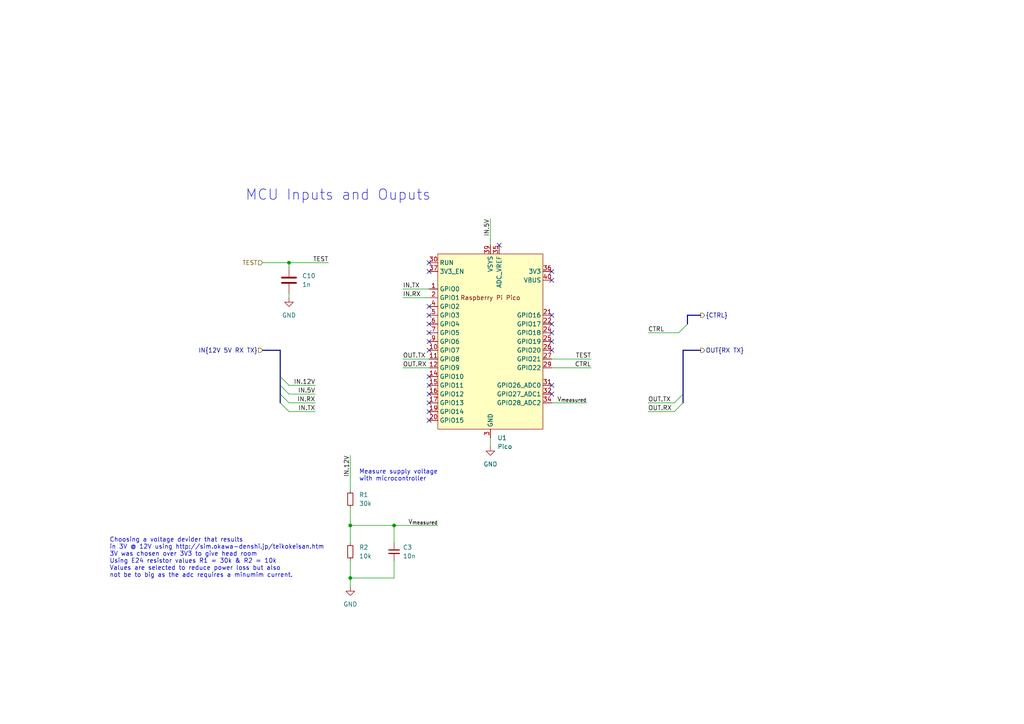
<source format=kicad_sch>
(kicad_sch (version 20211123) (generator eeschema)
  (paper "A4")
  (title_block (title "Microcontroller") (date "${ISSUE_DATE}") (rev "${REVISION}") (company "ENEL300"))
  (lib_symbols
    (symbol "Device:C" (pin_numbers hide) (pin_names (offset 0.254))
      (property "Reference" "C" (at 0.635 2.54 0))
      (property "Value" "C" (at 0.635 -2.54 0))
      (symbol "C_0_1"
        (polyline (pts (xy -2.032 -0.762) (xy 2.032 -0.762)) (stroke (width 0.508)))
        (polyline (pts (xy -2.032 0.762) (xy 2.032 0.762)) (stroke (width 0.508)))
      )
      (symbol "C_1_1"
        (pin passive line (at 0 3.81 270) (length 2.794) (name "~") (number "1"))
        (pin passive line (at 0 -3.81 90) (length 2.794) (name "~") (number "2"))
      )
    )
    (symbol "Device:C_Small" (pin_numbers hide) (pin_names (offset 0.254) hide)
      (property "Reference" "C" (at 0.254 1.778 0))
      (property "Value" "C_Small" (at 0.254 -2.032 0))
      (symbol "C_Small_0_1"
        (polyline (pts (xy -1.524 -0.508) (xy 1.524 -0.508)) (stroke (width 0.3302)))
        (polyline (pts (xy -1.524 0.508) (xy 1.524 0.508)) (stroke (width 0.3048)))
      )
      (symbol "C_Small_1_1"
        (pin passive line (at 0 2.54 270) (length 2.032) (name "~") (number "1"))
        (pin passive line (at 0 -2.54 90) (length 2.032) (name "~") (number "2"))
      )
    )
    (symbol "Device:R_Small" (pin_numbers hide) (pin_names (offset 0.254) hide)
      (property "Reference" "R" (at 0.762 0.508 0))
      (property "Value" "R_Small" (at 0.762 -1.016 0))
      (symbol "R_Small_0_1"
        (rectangle (start -0.762 1.778) (end 0.762 -1.778) (stroke (width 0.2032)))
      )
      (symbol "R_Small_1_1"
        (pin passive line (at 0 2.54 270) (length 0.762) (name "~") (number "1"))
        (pin passive line (at 0 -2.54 90) (length 0.762) (name "~") (number "2"))
      )
    )
    (symbol "PicoRF:Pico"
      (property "Reference" "U" (at -13.97 26.67 0))
      (property "Value" "Pico" (at 12.7 26.67 0))
      (symbol "Pico_0_0"
        (text "Raspberry Pi Pico" (at 0 12.7 0) (effects (font (size 1.27 1.27))))
      )
      (symbol "Pico_0_1"
        (rectangle (start -15.24 25.4) (end 15.24 -25.4) (fill (type background)))
      )
      (symbol "Pico_1_1"
        (pin bidirectional line (at -17.78 15.24 0) (length 2.54) (name "GPIO0") (number "1"))
        (pin bidirectional line (at -17.78 -2.54 0) (length 2.54) (name "GPIO7") (number "10"))
        (pin bidirectional line (at -17.78 -5.08 0) (length 2.54) (name "GPIO8") (number "11"))
        (pin bidirectional line (at -17.78 -7.62 0) (length 2.54) (name "GPIO9") (number "12"))
        (pin passive line (at 0 -27.94 90) (length 2.54) hide (name "GND") (number "13"))
        (pin bidirectional line (at -17.78 -10.16 0) (length 2.54) (name "GPIO10") (number "14"))
        (pin bidirectional line (at -17.78 -12.7 0) (length 2.54) (name "GPIO11") (number "15"))
        (pin bidirectional line (at -17.78 -15.24 0) (length 2.54) (name "GPIO12") (number "16"))
        (pin bidirectional line (at -17.78 -17.78 0) (length 2.54) (name "GPIO13") (number "17"))
        (pin passive line (at 0 -27.94 90) (length 2.54) hide (name "GND") (number "18"))
        (pin bidirectional line (at -17.78 -20.32 0) (length 2.54) (name "GPIO14") (number "19"))
        (pin bidirectional line (at -17.78 12.7 0) (length 2.54) (name "GPIO1") (number "2"))
        (pin bidirectional line (at -17.78 -22.86 0) (length 2.54) (name "GPIO15") (number "20"))
        (pin bidirectional line (at 17.78 7.62 180) (length 2.54) (name "GPIO16") (number "21"))
        (pin bidirectional line (at 17.78 5.08 180) (length 2.54) (name "GPIO17") (number "22"))
        (pin passive line (at 0 -27.94 90) (length 2.54) hide (name "GND") (number "23"))
        (pin bidirectional line (at 17.78 2.54 180) (length 2.54) (name "GPIO18") (number "24"))
        (pin bidirectional line (at 17.78 0 180) (length 2.54) (name "GPIO19") (number "25"))
        (pin bidirectional line (at 17.78 -2.54 180) (length 2.54) (name "GPIO20") (number "26"))
        (pin bidirectional line (at 17.78 -5.08 180) (length 2.54) (name "GPIO21") (number "27"))
        (pin passive line (at 0 -27.94 90) (length 2.54) hide (name "GND") (number "28"))
        (pin bidirectional line (at 17.78 -7.62 180) (length 2.54) (name "GPIO22") (number "29"))
        (pin power_in line (at 0 -27.94 90) (length 2.54) (name "GND") (number "3"))
        (pin input line (at -17.78 22.86 0) (length 2.54) (name "RUN") (number "30"))
        (pin bidirectional line (at 17.78 -12.7 180) (length 2.54) (name "GPIO26_ADC0") (number "31"))
        (pin bidirectional line (at 17.78 -15.24 180) (length 2.54) (name "GPIO27_ADC1") (number "32"))
        (pin passive line (at 0 -27.94 90) (length 2.54) hide (name "AGND") (number "33"))
        (pin bidirectional line (at 17.78 -17.78 180) (length 2.54) (name "GPIO28_ADC2") (number "34"))
        (pin passive line (at 2.54 27.94 270) (length 2.54) (name "ADC_VREF") (number "35"))
        (pin power_out line (at 17.78 20.32 180) (length 2.54) (name "3V3") (number "36"))
        (pin input line (at -17.78 20.32 0) (length 2.54) (name "3V3_EN") (number "37"))
        (pin passive line (at 0 -27.94 90) (length 2.54) hide (name "GND") (number "38"))
        (pin power_in line (at 0 27.94 270) (length 2.54) (name "VSYS") (number "39"))
        (pin bidirectional line (at -17.78 10.16 0) (length 2.54) (name "GPIO2") (number "4"))
        (pin power_out line (at 17.78 17.78 180) (length 2.54) (name "VBUS") (number "40"))
        (pin bidirectional line (at -17.78 7.62 0) (length 2.54) (name "GPIO3") (number "5"))
        (pin bidirectional line (at -17.78 5.08 0) (length 2.54) (name "GPIO4") (number "6"))
        (pin bidirectional line (at -17.78 2.54 0) (length 2.54) (name "GPIO5") (number "7"))
        (pin passive line (at 0 -27.94 90) (length 2.54) hide (name "GND") (number "8"))
        (pin bidirectional line (at -17.78 0 0) (length 2.54) (name "GPIO6") (number "9"))
      )
    )
    (symbol "power:GND" (power) (pin_names (offset 0))
      (property "Value" "GND" (at 0 -3.81 0))
      (symbol "GND_0_1"
        (polyline (pts (xy 0 0) (xy 0 -1.27) (xy 1.27 -1.27) (xy 0 -2.54) (xy -1.27 -1.27) (xy 0 -1.27)))
      )
      (symbol "GND_1_1"
        (pin power_in line (at 0 0 270) (length 0) hide (name "GND") (number "1"))
      )
    )
  )
  (junction (at 101.6 167.64))
  (junction (at 101.6 152.4))
  (junction (at 114.3 152.4))
  (junction (at 83.82 76.2))
  (no_connect (at 124.46 114.3))
  (no_connect (at 160.02 96.52))
  (no_connect (at 124.46 119.38))
  (no_connect (at 124.46 101.6))
  (no_connect (at 144.78 71.12))
  (no_connect (at 124.46 93.98))
  (no_connect (at 124.46 116.84))
  (no_connect (at 124.46 96.52))
  (no_connect (at 160.02 114.3))
  (no_connect (at 160.02 93.98))
  (no_connect (at 160.02 101.6))
  (no_connect (at 124.46 78.74))
  (no_connect (at 160.02 78.74))
  (no_connect (at 160.02 99.06))
  (no_connect (at 124.46 109.22))
  (no_connect (at 160.02 81.28))
  (no_connect (at 124.46 76.2))
  (no_connect (at 124.46 111.76))
  (no_connect (at 124.46 99.06))
  (no_connect (at 160.02 91.44))
  (no_connect (at 124.46 121.92))
  (no_connect (at 124.46 91.44))
  (no_connect (at 160.02 111.76))
  (no_connect (at 124.46 88.9))
  (bus_entry (at 81.28 111.76) (size 2.54 2.54))
  (bus_entry (at 81.28 114.3) (size 2.54 2.54))
  (bus_entry (at 81.28 109.22) (size 2.54 2.54))
  (bus_entry (at 81.28 116.84) (size 2.54 2.54))
  (bus_entry (at 198.12 116.84) (size -2.54 2.54))
  (bus_entry (at 198.12 114.3) (size -2.54 2.54))
  (bus_entry (at 199.39 93.98) (size -2.54 2.54))
  (wire (pts (xy 124.46 83.82) (xy 116.84 83.82)))
  (bus (pts (xy 81.28 114.3) (xy 81.28 116.84)))
  (wire (pts (xy 160.02 106.68) (xy 171.45 106.68)))
  (bus (pts (xy 76.2 101.6) (xy 81.28 101.6)))
  (wire (pts (xy 187.96 96.52) (xy 196.85 96.52)))
  (bus (pts (xy 198.12 114.3) (xy 198.12 116.84)))
  (wire (pts (xy 101.6 132.08) (xy 101.6 142.24)))
  (wire (pts (xy 83.82 86.36) (xy 83.82 85.09)))
  (wire (pts (xy 101.6 170.18) (xy 101.6 167.64)))
  (bus (pts (xy 81.28 101.6) (xy 81.28 109.22)))
  (wire (pts (xy 114.3 162.56) (xy 114.3 167.64)))
  (wire (pts (xy 124.46 86.36) (xy 116.84 86.36)))
  (wire (pts (xy 114.3 157.48) (xy 114.3 152.4)))
  (bus (pts (xy 81.28 111.76) (xy 81.28 114.3)))
  (bus (pts (xy 198.12 101.6) (xy 198.12 114.3)))
  (wire (pts (xy 83.82 119.38) (xy 91.44 119.38)))
  (wire (pts (xy 116.84 106.68) (xy 124.46 106.68)))
  (wire (pts (xy 83.82 116.84) (xy 91.44 116.84)))
  (wire (pts (xy 101.6 152.4) (xy 101.6 157.48)))
  (wire (pts (xy 187.96 116.84) (xy 195.58 116.84)))
  (wire (pts (xy 76.2 76.2) (xy 83.82 76.2)))
  (bus (pts (xy 199.39 91.44) (xy 199.39 93.98)))
  (bus (pts (xy 81.28 109.22) (xy 81.28 111.76)))
  (wire (pts (xy 142.24 63.5) (xy 142.24 71.12)))
  (wire (pts (xy 114.3 152.4) (xy 101.6 152.4)))
  (bus (pts (xy 203.2 101.6) (xy 198.12 101.6)))
  (wire (pts (xy 116.84 104.14) (xy 124.46 104.14)))
  (wire (pts (xy 83.82 114.3) (xy 91.44 114.3)))
  (wire (pts (xy 160.02 116.84) (xy 170.18 116.84)))
  (bus (pts (xy 199.39 91.44) (xy 203.2 91.44)))
  (wire (pts (xy 101.6 162.56) (xy 101.6 167.64)))
  (wire (pts (xy 114.3 167.64) (xy 101.6 167.64)))
  (wire (pts (xy 142.24 127) (xy 142.24 129.54)))
  (wire (pts (xy 114.3 152.4) (xy 127 152.4)))
  (wire (pts (xy 187.96 119.38) (xy 195.58 119.38)))
  (wire (pts (xy 83.82 76.2) (xy 83.82 77.47)))
  (wire (pts (xy 83.82 76.2) (xy 95.25 76.2)))
  (wire (pts (xy 160.02 104.14) (xy 171.45 104.14)))
  (wire (pts (xy 101.6 147.32) (xy 101.6 152.4)))
  (wire (pts (xy 83.82 111.76) (xy 91.44 111.76)))
  (text "Measure supply voltage\nwith microcontroller" (at 104.14 139.7 0) (effects (font (size 1.27 1.27)) (justify left bottom)))
  (text "Choosing a voltage devider that results\nin 3V @ 12V using http://sim.okawa-denshi.jp/teikokeisan.htm\n3V was chosen over 3V3 to give head room\nUsing E24 resistor values R1 = 30k & R2 = 10k\nValues are selected to reduce power loss but also\nnot be to big as the adc requires a minumim current." (at 31.75 167.64 0) (effects (font (size 1.27 1.27)) (justify left bottom)))
  (text "MCU Inputs and Ouputs" (at 71.12 58.42 0) (effects (font (size 3 3)) (justify left bottom)))
  (label "IN.5V" (at 142.24 63.5 270))
  (label "TEST" (at 171.45 104.14 180))
  (label "IN.RX" (at 91.44 116.84 180))
  (label "TEST" (at 95.25 76.2 180))
  (label "CTRL" (at 171.45 106.68 180))
  (label "IN.RX" (at 116.84 86.36 0))
  (label "V_{measured}" (at 170.18 116.84 180))
  (label "OUT.TX" (at 187.96 116.84 0))
  (label "CTRL" (at 187.96 96.52 0))
  (label "IN.TX" (at 91.44 119.38 180))
  (label "OUT.RX" (at 116.84 106.68 0))
  (label "OUT.RX" (at 187.96 119.38 0))
  (label "IN.TX" (at 116.84 83.82 0))
  (label "IN.5V" (at 91.44 114.3 180))
  (label "OUT.TX" (at 116.84 104.14 0))
  (label "V_{measured}" (at 127 152.4 180))
  (label "IN.12V" (at 101.6 132.08 270))
  (label "IN.12V" (at 91.44 111.76 180))
  (hierarchical_label "{CTRL}" (shape output) (at 203.2 91.44 0))
  (hierarchical_label "TEST" (shape input) (at 76.2 76.2 180))
  (hierarchical_label "OUT{RX TX}" (shape output) (at 203.2 101.6 0))
  (hierarchical_label "IN{12V 5V RX TX}" (shape input) (at 76.2 101.6 180))
  (symbol (lib_id "power:GND") (at 83.82 86.36 0) (unit 1)
    (property "Reference" "#PWR0105" (effects hide))
    (property "Value" "GND" (at 83.82 91.44 0))
  )
  (symbol (lib_id "power:GND") (at 101.6 170.18 0) (unit 1)
    (property "Reference" "#PWR08" (effects hide))
    (property "Value" "GND" (at 101.6 175.26 0))
  )
  (symbol (lib_id "power:GND") (at 142.24 129.54 0) (unit 1)
    (property "Reference" "#PWR07" (effects hide))
    (property "Value" "GND" (at 142.24 134.62 0))
  )
  (symbol (lib_id "Device:R_Small") (at 101.6 160.02 0) (unit 1)
    (property "Reference" "R2" (at 104.14 158.7499 0) (effects (justify left)))
    (property "Value" "10k" (at 104.14 161.2899 0) (effects (justify left)))
    (property "Footprint" "Resistor_SMD:R_0402_1005Metric" (effects hide))
  )
  (symbol (lib_id "Device:C") (at 83.82 81.28 0) (unit 1)
    (property "Reference" "C10" (at 87.63 80.0099 0) (effects (justify left)))
    (property "Value" "1n" (at 87.63 82.5499 0) (effects (justify left)))
    (property "Footprint" "Capacitor_SMD:C_0402_1005Metric" (effects hide))
  )
  (symbol (lib_id "Device:R_Small") (at 101.6 144.78 0) (unit 1)
    (property "Reference" "R1" (at 104.14 143.5099 0) (effects (justify left)))
    (property "Value" "30k" (at 104.14 146.0499 0) (effects (justify left)))
    (property "Footprint" "Resistor_SMD:R_0402_1005Metric" (effects hide))
  )
  (symbol (lib_id "Device:C_Small") (at 114.3 160.02 0) (unit 1)
    (property "Reference" "C3" (at 116.84 158.7562 0) (effects (justify left)))
    (property "Value" "10n" (at 116.84 161.2962 0) (effects (justify left)))
    (property "Footprint" "Capacitor_SMD:C_0402_1005Metric" (effects hide))
  )
  (symbol (lib_id "PicoRF:Pico") (at 142.24 99.06 0) (unit 1)
    (property "Reference" "U1" (at 144.2594 127 0) (effects (justify left)))
    (property "Value" "Pico" (at 144.2594 129.54 0) (effects (justify left)))
    (property "Footprint" "PicoRF:Pico" (effects hide))
    (property "Datasheet" "https://datasheets.raspberrypi.com/pico/pico-datasheet.pdf" (effects hide))
  )
)
</source>
